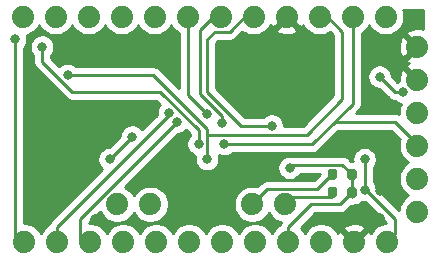
<source format=gbr>
%TF.GenerationSoftware,KiCad,Pcbnew,5.1.10-88a1d61d58~90~ubuntu20.04.1*%
%TF.CreationDate,2021-12-16T23:27:53-03:00*%
%TF.ProjectId,projeto-final,70726f6a-6574-46f2-9d66-696e616c2e6b,rev?*%
%TF.SameCoordinates,Original*%
%TF.FileFunction,Copper,L2,Bot*%
%TF.FilePolarity,Positive*%
%FSLAX46Y46*%
G04 Gerber Fmt 4.6, Leading zero omitted, Abs format (unit mm)*
G04 Created by KiCad (PCBNEW 5.1.10-88a1d61d58~90~ubuntu20.04.1) date 2021-12-16 23:27:53*
%MOMM*%
%LPD*%
G01*
G04 APERTURE LIST*
%TA.AperFunction,ComponentPad*%
%ADD10C,1.879600*%
%TD*%
%TA.AperFunction,ViaPad*%
%ADD11C,0.800000*%
%TD*%
%TA.AperFunction,Conductor*%
%ADD12C,0.250000*%
%TD*%
%TA.AperFunction,Conductor*%
%ADD13C,0.254000*%
%TD*%
%TA.AperFunction,Conductor*%
%ADD14C,0.100000*%
%TD*%
G04 APERTURE END LIST*
D10*
%TO.P,J1,6*%
%TO.N,DTR*%
X160020000Y-84455000D03*
%TO.P,J1,5*%
%TO.N,TXO*%
X160020000Y-81661000D03*
%TO.P,J1,4*%
%TO.N,RXI*%
X160020000Y-78867000D03*
%TO.P,J1,3*%
%TO.N,VCC*%
X160020000Y-76073000D03*
%TO.P,J1,2*%
%TO.N,GND*%
X160020000Y-73279000D03*
%TO.P,J1,1*%
X160020000Y-70485000D03*
%TD*%
%TO.P,J2,12*%
%TO.N,TXO*%
X157353000Y-67945000D03*
%TO.P,J2,11*%
%TO.N,RXI*%
X154559000Y-67945000D03*
%TO.P,J2,10*%
%TO.N,RESET*%
X151765000Y-67945000D03*
%TO.P,J2,9*%
%TO.N,GND*%
X148971000Y-67945000D03*
%TO.P,J2,8*%
%TO.N,D2*%
X146177000Y-67945000D03*
%TO.P,J2,7*%
%TO.N,D3*%
X143383000Y-67945000D03*
%TO.P,J2,6*%
%TO.N,D4*%
X140589000Y-67945000D03*
%TO.P,J2,5*%
%TO.N,D5*%
X137795000Y-67945000D03*
%TO.P,J2,4*%
%TO.N,D6*%
X135001000Y-67945000D03*
%TO.P,J2,3*%
%TO.N,D7*%
X132207000Y-67945000D03*
%TO.P,J2,2*%
%TO.N,D8*%
X129413000Y-67945000D03*
%TO.P,J2,1*%
%TO.N,D9*%
X126619000Y-67945000D03*
%TD*%
%TO.P,J3,2*%
%TO.N,A5*%
X148844000Y-83820000D03*
%TO.P,J3,1*%
%TO.N,A4*%
X146050000Y-83820000D03*
%TD*%
%TO.P,J4,12*%
%TO.N,D10*%
X126746000Y-86995000D03*
%TO.P,J4,11*%
%TO.N,MOSI*%
X129540000Y-86995000D03*
%TO.P,J4,10*%
%TO.N,MISO*%
X132334000Y-86995000D03*
%TO.P,J4,9*%
%TO.N,SCK*%
X135128000Y-86995000D03*
%TO.P,J4,8*%
%TO.N,A0*%
X137922000Y-86995000D03*
%TO.P,J4,7*%
%TO.N,A1*%
X140716000Y-86995000D03*
%TO.P,J4,6*%
%TO.N,A2*%
X143510000Y-86995000D03*
%TO.P,J4,5*%
%TO.N,A3*%
X146304000Y-86995000D03*
%TO.P,J4,4*%
%TO.N,VCC*%
X149098000Y-86995000D03*
%TO.P,J4,3*%
%TO.N,RESET*%
X151892000Y-86995000D03*
%TO.P,J4,2*%
%TO.N,GND*%
X154686000Y-86995000D03*
%TO.P,J4,1*%
%TO.N,RAW*%
X157480000Y-86995000D03*
%TD*%
%TO.P,J5,2*%
%TO.N,A7*%
X137414000Y-83820000D03*
%TO.P,J5,1*%
%TO.N,A6*%
X134620000Y-83820000D03*
%TD*%
%TO.P,R4,2*%
%TO.N,A4*%
%TA.AperFunction,SMDPad,CuDef*%
G36*
G01*
X153245000Y-81005000D02*
X153245000Y-81555000D01*
G75*
G02*
X153045000Y-81755000I-200000J0D01*
G01*
X152645000Y-81755000D01*
G75*
G02*
X152445000Y-81555000I0J200000D01*
G01*
X152445000Y-81005000D01*
G75*
G02*
X152645000Y-80805000I200000J0D01*
G01*
X153045000Y-80805000D01*
G75*
G02*
X153245000Y-81005000I0J-200000D01*
G01*
G37*
%TD.AperFunction*%
%TO.P,R4,1*%
%TO.N,VCC*%
%TA.AperFunction,SMDPad,CuDef*%
G36*
G01*
X154895000Y-81005000D02*
X154895000Y-81555000D01*
G75*
G02*
X154695000Y-81755000I-200000J0D01*
G01*
X154295000Y-81755000D01*
G75*
G02*
X154095000Y-81555000I0J200000D01*
G01*
X154095000Y-81005000D01*
G75*
G02*
X154295000Y-80805000I200000J0D01*
G01*
X154695000Y-80805000D01*
G75*
G02*
X154895000Y-81005000I0J-200000D01*
G01*
G37*
%TD.AperFunction*%
%TD*%
%TO.P,R5,2*%
%TO.N,A5*%
%TA.AperFunction,SMDPad,CuDef*%
G36*
G01*
X153245000Y-82529000D02*
X153245000Y-83079000D01*
G75*
G02*
X153045000Y-83279000I-200000J0D01*
G01*
X152645000Y-83279000D01*
G75*
G02*
X152445000Y-83079000I0J200000D01*
G01*
X152445000Y-82529000D01*
G75*
G02*
X152645000Y-82329000I200000J0D01*
G01*
X153045000Y-82329000D01*
G75*
G02*
X153245000Y-82529000I0J-200000D01*
G01*
G37*
%TD.AperFunction*%
%TO.P,R5,1*%
%TO.N,VCC*%
%TA.AperFunction,SMDPad,CuDef*%
G36*
G01*
X154895000Y-82529000D02*
X154895000Y-83079000D01*
G75*
G02*
X154695000Y-83279000I-200000J0D01*
G01*
X154295000Y-83279000D01*
G75*
G02*
X154095000Y-83079000I0J200000D01*
G01*
X154095000Y-82529000D01*
G75*
G02*
X154295000Y-82329000I200000J0D01*
G01*
X154695000Y-82329000D01*
G75*
G02*
X154895000Y-82529000I0J-200000D01*
G01*
G37*
%TD.AperFunction*%
%TD*%
D11*
%TO.N,GND*%
X132715000Y-85090000D03*
X153639092Y-84983969D03*
X140335000Y-80100010D03*
X147320000Y-74930000D03*
X145415000Y-72390000D03*
X156845000Y-84955000D03*
X160020000Y-67945000D03*
X156845000Y-74930000D03*
X156847542Y-82730011D03*
X157480000Y-69850000D03*
X157480000Y-78105000D03*
X128270000Y-85090000D03*
X139446000Y-70358000D03*
X143510000Y-70358000D03*
%TO.N,RAW*%
X155575000Y-82635033D03*
X155575000Y-80010000D03*
%TO.N,VCC*%
X149225000Y-80735000D03*
X156845000Y-73024996D03*
X158846502Y-74345805D03*
%TO.N,RXI*%
X143690023Y-78740431D03*
%TO.N,D4*%
X142240000Y-76200000D03*
%TO.N,D3*%
X143510000Y-76925010D03*
%TO.N,D2*%
X147706140Y-77164375D03*
%TO.N,RESET*%
X130415166Y-72874844D03*
X142239992Y-80010000D03*
%TO.N,D10*%
X125984000Y-69850000D03*
%TO.N,MOSI*%
X138991442Y-76113731D03*
%TO.N,MISO*%
X139704978Y-76834328D03*
%TO.N,SCK*%
X135890000Y-78105000D03*
X133985000Y-80010000D03*
%TO.N,AREF*%
X128269966Y-70485000D03*
X141514988Y-78722166D03*
%TD*%
D12*
%TO.N,RAW*%
X155660033Y-82635033D02*
X155575000Y-82635033D01*
X158115000Y-85090000D02*
X155660033Y-82635033D01*
X158115000Y-86360000D02*
X158115000Y-85090000D01*
X157480000Y-86995000D02*
X158115000Y-86360000D01*
X155575000Y-82635033D02*
X155575000Y-80010000D01*
%TO.N,VCC*%
X154495000Y-83185000D02*
X154495000Y-81280000D01*
X153479000Y-83820000D02*
X154495000Y-82804000D01*
X151066500Y-83820000D02*
X153479000Y-83820000D01*
X149098000Y-85788500D02*
X151066500Y-83820000D01*
X149098000Y-87630000D02*
X149098000Y-85788500D01*
X153694990Y-80479990D02*
X149480010Y-80479990D01*
X154495000Y-81280000D02*
X153694990Y-80479990D01*
X149480010Y-80479990D02*
X149225000Y-80735000D01*
X156845000Y-73024996D02*
X158165809Y-74345805D01*
X158165809Y-74345805D02*
X158846502Y-74345805D01*
%TO.N,RXI*%
X154559000Y-75296010D02*
X151114579Y-78740431D01*
X154559000Y-67310000D02*
X154559000Y-75296010D01*
X151114579Y-78740000D02*
X143690023Y-78740000D01*
X151130000Y-78740000D02*
X153035000Y-76835000D01*
X153035000Y-76835000D02*
X158115000Y-76835000D01*
X158115000Y-76835000D02*
X160020000Y-78740000D01*
X160020000Y-78740000D02*
X160020000Y-78867000D01*
%TO.N,D4*%
X140589000Y-67310000D02*
X140589000Y-74549000D01*
X140589000Y-74549000D02*
X141840001Y-75800001D01*
X141840001Y-75800001D02*
X142240000Y-76200000D01*
%TO.N,D3*%
X141605000Y-69088000D02*
X141605000Y-74454325D01*
X141605000Y-74454325D02*
X143510000Y-76359325D01*
X143510000Y-76359325D02*
X143510000Y-76925010D01*
X143383000Y-67310000D02*
X141605000Y-69088000D01*
%TO.N,D2*%
X142240000Y-74295000D02*
X145109375Y-77164375D01*
X142875000Y-69215000D02*
X142240000Y-69850000D01*
X145109375Y-77164375D02*
X147706140Y-77164375D01*
X142240000Y-69850000D02*
X142240000Y-74295000D01*
X144145000Y-69215000D02*
X142875000Y-69215000D01*
X146050000Y-67310000D02*
X144145000Y-69215000D01*
X146177000Y-67310000D02*
X146050000Y-67310000D01*
%TO.N,RESET*%
X142240000Y-77925005D02*
X142240000Y-78740000D01*
X150674995Y-77925005D02*
X142240000Y-77925005D01*
X153670000Y-74930000D02*
X150674995Y-77925005D01*
X153670000Y-69215000D02*
X153670000Y-74930000D01*
X151765000Y-67310000D02*
X153670000Y-69215000D01*
X137646255Y-72874844D02*
X142239992Y-77468581D01*
X130415166Y-72874844D02*
X137646255Y-72874844D01*
X142239992Y-77468581D02*
X142239992Y-80010000D01*
%TO.N,A4*%
X151575000Y-82550000D02*
X152845000Y-81280000D01*
X147320000Y-82550000D02*
X151575000Y-82550000D01*
X146050000Y-83820000D02*
X147320000Y-82550000D01*
%TO.N,A5*%
X149479000Y-83185000D02*
X148844000Y-83820000D01*
X152845000Y-83185000D02*
X149479000Y-83185000D01*
%TO.N,D10*%
X125984000Y-70415685D02*
X125984000Y-69850000D01*
X125984000Y-86868000D02*
X125984000Y-70415685D01*
X126746000Y-87630000D02*
X125984000Y-86868000D01*
%TO.N,MOSI*%
X129540000Y-87630000D02*
X129540000Y-86995000D01*
X138991442Y-76273558D02*
X138991442Y-76113731D01*
X129540000Y-85725000D02*
X138991442Y-76273558D01*
X129540000Y-86995000D02*
X129540000Y-85725000D01*
%TO.N,MISO*%
X131445000Y-85094306D02*
X139704978Y-76834328D01*
X131445000Y-86741000D02*
X131445000Y-85094306D01*
X132334000Y-87630000D02*
X131445000Y-86741000D01*
%TO.N,SCK*%
X135890000Y-78105000D02*
X133985000Y-80010000D01*
%TO.N,AREF*%
X141514988Y-77574723D02*
X141514988Y-78722166D01*
X138235265Y-74295000D02*
X141514988Y-77574723D01*
X130809984Y-74295000D02*
X138235265Y-74295000D01*
X128269966Y-71754982D02*
X130809984Y-74295000D01*
X128269966Y-70485000D02*
X128269966Y-71754982D01*
%TD*%
D13*
%TO.N,GND*%
X155473061Y-83670033D02*
X155620232Y-83670033D01*
X157355001Y-85404803D01*
X157355001Y-85420200D01*
X157324896Y-85420200D01*
X157020648Y-85480718D01*
X156734052Y-85599430D01*
X156476123Y-85771773D01*
X156256773Y-85991123D01*
X156084430Y-86249052D01*
X156081904Y-86255151D01*
X156036723Y-86170623D01*
X155778476Y-86082129D01*
X154865605Y-86995000D01*
X154879748Y-87009143D01*
X154700143Y-87188748D01*
X154686000Y-87174605D01*
X154671858Y-87188748D01*
X154492253Y-87009143D01*
X154506395Y-86995000D01*
X153593524Y-86082129D01*
X153335277Y-86170623D01*
X153292114Y-86260023D01*
X153287570Y-86249052D01*
X153115227Y-85991123D01*
X153026628Y-85902524D01*
X153773129Y-85902524D01*
X154686000Y-86815395D01*
X155598871Y-85902524D01*
X155510377Y-85644277D01*
X155231024Y-85509403D01*
X154930725Y-85431619D01*
X154621023Y-85413916D01*
X154313816Y-85456973D01*
X154020914Y-85559135D01*
X153861623Y-85644277D01*
X153773129Y-85902524D01*
X153026628Y-85902524D01*
X152895877Y-85771773D01*
X152637948Y-85599430D01*
X152351352Y-85480718D01*
X152047104Y-85420200D01*
X151736896Y-85420200D01*
X151432648Y-85480718D01*
X151146052Y-85599430D01*
X150888123Y-85771773D01*
X150668773Y-85991123D01*
X150496430Y-86249052D01*
X150495000Y-86252504D01*
X150493570Y-86249052D01*
X150321227Y-85991123D01*
X150145703Y-85815599D01*
X151381303Y-84580000D01*
X153441678Y-84580000D01*
X153479000Y-84583676D01*
X153516322Y-84580000D01*
X153516333Y-84580000D01*
X153627986Y-84569003D01*
X153771247Y-84525546D01*
X153903276Y-84454974D01*
X154019001Y-84360001D01*
X154042804Y-84330998D01*
X154431390Y-83942412D01*
X154495000Y-83948677D01*
X154643985Y-83934003D01*
X154702108Y-83916372D01*
X154858500Y-83900969D01*
X155015716Y-83853278D01*
X155160608Y-83775831D01*
X155287606Y-83671606D01*
X155314741Y-83638542D01*
X155473061Y-83670033D01*
%TA.AperFunction,Conductor*%
D14*
G36*
X155473061Y-83670033D02*
G01*
X155620232Y-83670033D01*
X157355001Y-85404803D01*
X157355001Y-85420200D01*
X157324896Y-85420200D01*
X157020648Y-85480718D01*
X156734052Y-85599430D01*
X156476123Y-85771773D01*
X156256773Y-85991123D01*
X156084430Y-86249052D01*
X156081904Y-86255151D01*
X156036723Y-86170623D01*
X155778476Y-86082129D01*
X154865605Y-86995000D01*
X154879748Y-87009143D01*
X154700143Y-87188748D01*
X154686000Y-87174605D01*
X154671858Y-87188748D01*
X154492253Y-87009143D01*
X154506395Y-86995000D01*
X153593524Y-86082129D01*
X153335277Y-86170623D01*
X153292114Y-86260023D01*
X153287570Y-86249052D01*
X153115227Y-85991123D01*
X153026628Y-85902524D01*
X153773129Y-85902524D01*
X154686000Y-86815395D01*
X155598871Y-85902524D01*
X155510377Y-85644277D01*
X155231024Y-85509403D01*
X154930725Y-85431619D01*
X154621023Y-85413916D01*
X154313816Y-85456973D01*
X154020914Y-85559135D01*
X153861623Y-85644277D01*
X153773129Y-85902524D01*
X153026628Y-85902524D01*
X152895877Y-85771773D01*
X152637948Y-85599430D01*
X152351352Y-85480718D01*
X152047104Y-85420200D01*
X151736896Y-85420200D01*
X151432648Y-85480718D01*
X151146052Y-85599430D01*
X150888123Y-85771773D01*
X150668773Y-85991123D01*
X150496430Y-86249052D01*
X150495000Y-86252504D01*
X150493570Y-86249052D01*
X150321227Y-85991123D01*
X150145703Y-85815599D01*
X151381303Y-84580000D01*
X153441678Y-84580000D01*
X153479000Y-84583676D01*
X153516322Y-84580000D01*
X153516333Y-84580000D01*
X153627986Y-84569003D01*
X153771247Y-84525546D01*
X153903276Y-84454974D01*
X154019001Y-84360001D01*
X154042804Y-84330998D01*
X154431390Y-83942412D01*
X154495000Y-83948677D01*
X154643985Y-83934003D01*
X154702108Y-83916372D01*
X154858500Y-83900969D01*
X155015716Y-83853278D01*
X155160608Y-83775831D01*
X155287606Y-83671606D01*
X155314741Y-83638542D01*
X155473061Y-83670033D01*
G37*
%TD.AperFunction*%
D13*
X140754988Y-77889525D02*
X140754988Y-78018455D01*
X140711051Y-78062392D01*
X140597783Y-78231910D01*
X140519762Y-78420268D01*
X140479988Y-78620227D01*
X140479988Y-78824105D01*
X140519762Y-79024064D01*
X140597783Y-79212422D01*
X140711051Y-79381940D01*
X140855214Y-79526103D01*
X141024732Y-79639371D01*
X141213090Y-79717392D01*
X141241783Y-79723099D01*
X141204992Y-79908061D01*
X141204992Y-80111939D01*
X141244766Y-80311898D01*
X141322787Y-80500256D01*
X141436055Y-80669774D01*
X141580218Y-80813937D01*
X141749736Y-80927205D01*
X141938094Y-81005226D01*
X142138053Y-81045000D01*
X142341931Y-81045000D01*
X142541890Y-81005226D01*
X142730248Y-80927205D01*
X142899766Y-80813937D01*
X143043929Y-80669774D01*
X143157197Y-80500256D01*
X143235218Y-80311898D01*
X143274992Y-80111939D01*
X143274992Y-79908061D01*
X143235218Y-79708102D01*
X143217327Y-79664910D01*
X143388125Y-79735657D01*
X143588084Y-79775431D01*
X143791962Y-79775431D01*
X143991921Y-79735657D01*
X144180279Y-79657636D01*
X144349797Y-79544368D01*
X144394165Y-79500000D01*
X151072881Y-79500000D01*
X151114579Y-79504107D01*
X151124477Y-79503132D01*
X151130000Y-79503676D01*
X151278985Y-79489002D01*
X151422246Y-79445546D01*
X151554276Y-79374974D01*
X151641002Y-79303799D01*
X153349802Y-77595000D01*
X157800199Y-77595000D01*
X158537095Y-78331897D01*
X158505718Y-78407648D01*
X158445200Y-78711896D01*
X158445200Y-79022104D01*
X158505718Y-79326352D01*
X158624430Y-79612948D01*
X158796773Y-79870877D01*
X159016123Y-80090227D01*
X159274052Y-80262570D01*
X159277504Y-80264000D01*
X159274052Y-80265430D01*
X159016123Y-80437773D01*
X158796773Y-80657123D01*
X158624430Y-80915052D01*
X158505718Y-81201648D01*
X158445200Y-81505896D01*
X158445200Y-81816104D01*
X158505718Y-82120352D01*
X158624430Y-82406948D01*
X158796773Y-82664877D01*
X159016123Y-82884227D01*
X159274052Y-83056570D01*
X159277504Y-83058000D01*
X159274052Y-83059430D01*
X159016123Y-83231773D01*
X158796773Y-83451123D01*
X158624430Y-83709052D01*
X158505718Y-83995648D01*
X158445200Y-84299896D01*
X158445200Y-84345398D01*
X156604315Y-82504514D01*
X156570226Y-82333135D01*
X156492205Y-82144777D01*
X156378937Y-81975259D01*
X156335000Y-81931322D01*
X156335000Y-80713711D01*
X156378937Y-80669774D01*
X156492205Y-80500256D01*
X156570226Y-80311898D01*
X156610000Y-80111939D01*
X156610000Y-79908061D01*
X156570226Y-79708102D01*
X156492205Y-79519744D01*
X156378937Y-79350226D01*
X156234774Y-79206063D01*
X156065256Y-79092795D01*
X155876898Y-79014774D01*
X155676939Y-78975000D01*
X155473061Y-78975000D01*
X155273102Y-79014774D01*
X155084744Y-79092795D01*
X154915226Y-79206063D01*
X154771063Y-79350226D01*
X154657795Y-79519744D01*
X154579774Y-79708102D01*
X154540000Y-79908061D01*
X154540000Y-80111939D01*
X154550938Y-80166928D01*
X154456729Y-80166928D01*
X154258793Y-79968992D01*
X154234991Y-79939989D01*
X154119266Y-79845016D01*
X153987237Y-79774444D01*
X153843976Y-79730987D01*
X153732323Y-79719990D01*
X153732312Y-79719990D01*
X153694990Y-79716314D01*
X153657668Y-79719990D01*
X149517343Y-79719990D01*
X149480010Y-79716313D01*
X149442677Y-79719990D01*
X149432484Y-79720994D01*
X149326939Y-79700000D01*
X149123061Y-79700000D01*
X148923102Y-79739774D01*
X148734744Y-79817795D01*
X148565226Y-79931063D01*
X148421063Y-80075226D01*
X148307795Y-80244744D01*
X148229774Y-80433102D01*
X148190000Y-80633061D01*
X148190000Y-80836939D01*
X148229774Y-81036898D01*
X148307795Y-81225256D01*
X148421063Y-81394774D01*
X148565226Y-81538937D01*
X148734744Y-81652205D01*
X148923102Y-81730226D01*
X149123061Y-81770000D01*
X149326939Y-81770000D01*
X149526898Y-81730226D01*
X149715256Y-81652205D01*
X149884774Y-81538937D01*
X150028937Y-81394774D01*
X150132360Y-81239990D01*
X151806928Y-81239990D01*
X151806928Y-81243270D01*
X151260199Y-81790000D01*
X147357322Y-81790000D01*
X147319999Y-81786324D01*
X147282676Y-81790000D01*
X147282667Y-81790000D01*
X147171014Y-81800997D01*
X147027753Y-81844454D01*
X146895724Y-81915026D01*
X146779999Y-82009999D01*
X146756201Y-82038997D01*
X146492777Y-82302421D01*
X146205104Y-82245200D01*
X145894896Y-82245200D01*
X145590648Y-82305718D01*
X145304052Y-82424430D01*
X145046123Y-82596773D01*
X144826773Y-82816123D01*
X144654430Y-83074052D01*
X144535718Y-83360648D01*
X144475200Y-83664896D01*
X144475200Y-83975104D01*
X144535718Y-84279352D01*
X144654430Y-84565948D01*
X144826773Y-84823877D01*
X145046123Y-85043227D01*
X145304052Y-85215570D01*
X145590648Y-85334282D01*
X145894896Y-85394800D01*
X146205104Y-85394800D01*
X146509352Y-85334282D01*
X146795948Y-85215570D01*
X147053877Y-85043227D01*
X147273227Y-84823877D01*
X147445570Y-84565948D01*
X147447000Y-84562496D01*
X147448430Y-84565948D01*
X147620773Y-84823877D01*
X147840123Y-85043227D01*
X148098052Y-85215570D01*
X148384648Y-85334282D01*
X148473151Y-85351886D01*
X148463026Y-85364224D01*
X148392454Y-85496254D01*
X148373380Y-85559135D01*
X148362466Y-85595117D01*
X148352052Y-85599430D01*
X148094123Y-85771773D01*
X147874773Y-85991123D01*
X147702430Y-86249052D01*
X147701000Y-86252504D01*
X147699570Y-86249052D01*
X147527227Y-85991123D01*
X147307877Y-85771773D01*
X147049948Y-85599430D01*
X146763352Y-85480718D01*
X146459104Y-85420200D01*
X146148896Y-85420200D01*
X145844648Y-85480718D01*
X145558052Y-85599430D01*
X145300123Y-85771773D01*
X145080773Y-85991123D01*
X144908430Y-86249052D01*
X144907000Y-86252504D01*
X144905570Y-86249052D01*
X144733227Y-85991123D01*
X144513877Y-85771773D01*
X144255948Y-85599430D01*
X143969352Y-85480718D01*
X143665104Y-85420200D01*
X143354896Y-85420200D01*
X143050648Y-85480718D01*
X142764052Y-85599430D01*
X142506123Y-85771773D01*
X142286773Y-85991123D01*
X142114430Y-86249052D01*
X142113000Y-86252504D01*
X142111570Y-86249052D01*
X141939227Y-85991123D01*
X141719877Y-85771773D01*
X141461948Y-85599430D01*
X141175352Y-85480718D01*
X140871104Y-85420200D01*
X140560896Y-85420200D01*
X140256648Y-85480718D01*
X139970052Y-85599430D01*
X139712123Y-85771773D01*
X139492773Y-85991123D01*
X139320430Y-86249052D01*
X139319000Y-86252504D01*
X139317570Y-86249052D01*
X139145227Y-85991123D01*
X138925877Y-85771773D01*
X138667948Y-85599430D01*
X138381352Y-85480718D01*
X138077104Y-85420200D01*
X137766896Y-85420200D01*
X137462648Y-85480718D01*
X137176052Y-85599430D01*
X136918123Y-85771773D01*
X136698773Y-85991123D01*
X136526430Y-86249052D01*
X136525000Y-86252504D01*
X136523570Y-86249052D01*
X136351227Y-85991123D01*
X136131877Y-85771773D01*
X135873948Y-85599430D01*
X135587352Y-85480718D01*
X135283104Y-85420200D01*
X134972896Y-85420200D01*
X134668648Y-85480718D01*
X134382052Y-85599430D01*
X134124123Y-85771773D01*
X133904773Y-85991123D01*
X133732430Y-86249052D01*
X133731000Y-86252504D01*
X133729570Y-86249052D01*
X133557227Y-85991123D01*
X133337877Y-85771773D01*
X133079948Y-85599430D01*
X132793352Y-85480718D01*
X132489104Y-85420200D01*
X132205000Y-85420200D01*
X132205000Y-85409107D01*
X133172801Y-84441306D01*
X133224430Y-84565948D01*
X133396773Y-84823877D01*
X133616123Y-85043227D01*
X133874052Y-85215570D01*
X134160648Y-85334282D01*
X134464896Y-85394800D01*
X134775104Y-85394800D01*
X135079352Y-85334282D01*
X135365948Y-85215570D01*
X135623877Y-85043227D01*
X135843227Y-84823877D01*
X136015570Y-84565948D01*
X136017000Y-84562496D01*
X136018430Y-84565948D01*
X136190773Y-84823877D01*
X136410123Y-85043227D01*
X136668052Y-85215570D01*
X136954648Y-85334282D01*
X137258896Y-85394800D01*
X137569104Y-85394800D01*
X137873352Y-85334282D01*
X138159948Y-85215570D01*
X138417877Y-85043227D01*
X138637227Y-84823877D01*
X138809570Y-84565948D01*
X138928282Y-84279352D01*
X138988800Y-83975104D01*
X138988800Y-83664896D01*
X138928282Y-83360648D01*
X138809570Y-83074052D01*
X138637227Y-82816123D01*
X138417877Y-82596773D01*
X138159948Y-82424430D01*
X137873352Y-82305718D01*
X137569104Y-82245200D01*
X137258896Y-82245200D01*
X136954648Y-82305718D01*
X136668052Y-82424430D01*
X136410123Y-82596773D01*
X136190773Y-82816123D01*
X136018430Y-83074052D01*
X136017000Y-83077504D01*
X136015570Y-83074052D01*
X135843227Y-82816123D01*
X135623877Y-82596773D01*
X135365948Y-82424430D01*
X135241306Y-82372802D01*
X139744780Y-77869328D01*
X139806917Y-77869328D01*
X140006876Y-77829554D01*
X140195234Y-77751533D01*
X140364752Y-77638265D01*
X140434240Y-77568777D01*
X140754988Y-77889525D01*
%TA.AperFunction,Conductor*%
D14*
G36*
X140754988Y-77889525D02*
G01*
X140754988Y-78018455D01*
X140711051Y-78062392D01*
X140597783Y-78231910D01*
X140519762Y-78420268D01*
X140479988Y-78620227D01*
X140479988Y-78824105D01*
X140519762Y-79024064D01*
X140597783Y-79212422D01*
X140711051Y-79381940D01*
X140855214Y-79526103D01*
X141024732Y-79639371D01*
X141213090Y-79717392D01*
X141241783Y-79723099D01*
X141204992Y-79908061D01*
X141204992Y-80111939D01*
X141244766Y-80311898D01*
X141322787Y-80500256D01*
X141436055Y-80669774D01*
X141580218Y-80813937D01*
X141749736Y-80927205D01*
X141938094Y-81005226D01*
X142138053Y-81045000D01*
X142341931Y-81045000D01*
X142541890Y-81005226D01*
X142730248Y-80927205D01*
X142899766Y-80813937D01*
X143043929Y-80669774D01*
X143157197Y-80500256D01*
X143235218Y-80311898D01*
X143274992Y-80111939D01*
X143274992Y-79908061D01*
X143235218Y-79708102D01*
X143217327Y-79664910D01*
X143388125Y-79735657D01*
X143588084Y-79775431D01*
X143791962Y-79775431D01*
X143991921Y-79735657D01*
X144180279Y-79657636D01*
X144349797Y-79544368D01*
X144394165Y-79500000D01*
X151072881Y-79500000D01*
X151114579Y-79504107D01*
X151124477Y-79503132D01*
X151130000Y-79503676D01*
X151278985Y-79489002D01*
X151422246Y-79445546D01*
X151554276Y-79374974D01*
X151641002Y-79303799D01*
X153349802Y-77595000D01*
X157800199Y-77595000D01*
X158537095Y-78331897D01*
X158505718Y-78407648D01*
X158445200Y-78711896D01*
X158445200Y-79022104D01*
X158505718Y-79326352D01*
X158624430Y-79612948D01*
X158796773Y-79870877D01*
X159016123Y-80090227D01*
X159274052Y-80262570D01*
X159277504Y-80264000D01*
X159274052Y-80265430D01*
X159016123Y-80437773D01*
X158796773Y-80657123D01*
X158624430Y-80915052D01*
X158505718Y-81201648D01*
X158445200Y-81505896D01*
X158445200Y-81816104D01*
X158505718Y-82120352D01*
X158624430Y-82406948D01*
X158796773Y-82664877D01*
X159016123Y-82884227D01*
X159274052Y-83056570D01*
X159277504Y-83058000D01*
X159274052Y-83059430D01*
X159016123Y-83231773D01*
X158796773Y-83451123D01*
X158624430Y-83709052D01*
X158505718Y-83995648D01*
X158445200Y-84299896D01*
X158445200Y-84345398D01*
X156604315Y-82504514D01*
X156570226Y-82333135D01*
X156492205Y-82144777D01*
X156378937Y-81975259D01*
X156335000Y-81931322D01*
X156335000Y-80713711D01*
X156378937Y-80669774D01*
X156492205Y-80500256D01*
X156570226Y-80311898D01*
X156610000Y-80111939D01*
X156610000Y-79908061D01*
X156570226Y-79708102D01*
X156492205Y-79519744D01*
X156378937Y-79350226D01*
X156234774Y-79206063D01*
X156065256Y-79092795D01*
X155876898Y-79014774D01*
X155676939Y-78975000D01*
X155473061Y-78975000D01*
X155273102Y-79014774D01*
X155084744Y-79092795D01*
X154915226Y-79206063D01*
X154771063Y-79350226D01*
X154657795Y-79519744D01*
X154579774Y-79708102D01*
X154540000Y-79908061D01*
X154540000Y-80111939D01*
X154550938Y-80166928D01*
X154456729Y-80166928D01*
X154258793Y-79968992D01*
X154234991Y-79939989D01*
X154119266Y-79845016D01*
X153987237Y-79774444D01*
X153843976Y-79730987D01*
X153732323Y-79719990D01*
X153732312Y-79719990D01*
X153694990Y-79716314D01*
X153657668Y-79719990D01*
X149517343Y-79719990D01*
X149480010Y-79716313D01*
X149442677Y-79719990D01*
X149432484Y-79720994D01*
X149326939Y-79700000D01*
X149123061Y-79700000D01*
X148923102Y-79739774D01*
X148734744Y-79817795D01*
X148565226Y-79931063D01*
X148421063Y-80075226D01*
X148307795Y-80244744D01*
X148229774Y-80433102D01*
X148190000Y-80633061D01*
X148190000Y-80836939D01*
X148229774Y-81036898D01*
X148307795Y-81225256D01*
X148421063Y-81394774D01*
X148565226Y-81538937D01*
X148734744Y-81652205D01*
X148923102Y-81730226D01*
X149123061Y-81770000D01*
X149326939Y-81770000D01*
X149526898Y-81730226D01*
X149715256Y-81652205D01*
X149884774Y-81538937D01*
X150028937Y-81394774D01*
X150132360Y-81239990D01*
X151806928Y-81239990D01*
X151806928Y-81243270D01*
X151260199Y-81790000D01*
X147357322Y-81790000D01*
X147319999Y-81786324D01*
X147282676Y-81790000D01*
X147282667Y-81790000D01*
X147171014Y-81800997D01*
X147027753Y-81844454D01*
X146895724Y-81915026D01*
X146779999Y-82009999D01*
X146756201Y-82038997D01*
X146492777Y-82302421D01*
X146205104Y-82245200D01*
X145894896Y-82245200D01*
X145590648Y-82305718D01*
X145304052Y-82424430D01*
X145046123Y-82596773D01*
X144826773Y-82816123D01*
X144654430Y-83074052D01*
X144535718Y-83360648D01*
X144475200Y-83664896D01*
X144475200Y-83975104D01*
X144535718Y-84279352D01*
X144654430Y-84565948D01*
X144826773Y-84823877D01*
X145046123Y-85043227D01*
X145304052Y-85215570D01*
X145590648Y-85334282D01*
X145894896Y-85394800D01*
X146205104Y-85394800D01*
X146509352Y-85334282D01*
X146795948Y-85215570D01*
X147053877Y-85043227D01*
X147273227Y-84823877D01*
X147445570Y-84565948D01*
X147447000Y-84562496D01*
X147448430Y-84565948D01*
X147620773Y-84823877D01*
X147840123Y-85043227D01*
X148098052Y-85215570D01*
X148384648Y-85334282D01*
X148473151Y-85351886D01*
X148463026Y-85364224D01*
X148392454Y-85496254D01*
X148373380Y-85559135D01*
X148362466Y-85595117D01*
X148352052Y-85599430D01*
X148094123Y-85771773D01*
X147874773Y-85991123D01*
X147702430Y-86249052D01*
X147701000Y-86252504D01*
X147699570Y-86249052D01*
X147527227Y-85991123D01*
X147307877Y-85771773D01*
X147049948Y-85599430D01*
X146763352Y-85480718D01*
X146459104Y-85420200D01*
X146148896Y-85420200D01*
X145844648Y-85480718D01*
X145558052Y-85599430D01*
X145300123Y-85771773D01*
X145080773Y-85991123D01*
X144908430Y-86249052D01*
X144907000Y-86252504D01*
X144905570Y-86249052D01*
X144733227Y-85991123D01*
X144513877Y-85771773D01*
X144255948Y-85599430D01*
X143969352Y-85480718D01*
X143665104Y-85420200D01*
X143354896Y-85420200D01*
X143050648Y-85480718D01*
X142764052Y-85599430D01*
X142506123Y-85771773D01*
X142286773Y-85991123D01*
X142114430Y-86249052D01*
X142113000Y-86252504D01*
X142111570Y-86249052D01*
X141939227Y-85991123D01*
X141719877Y-85771773D01*
X141461948Y-85599430D01*
X141175352Y-85480718D01*
X140871104Y-85420200D01*
X140560896Y-85420200D01*
X140256648Y-85480718D01*
X139970052Y-85599430D01*
X139712123Y-85771773D01*
X139492773Y-85991123D01*
X139320430Y-86249052D01*
X139319000Y-86252504D01*
X139317570Y-86249052D01*
X139145227Y-85991123D01*
X138925877Y-85771773D01*
X138667948Y-85599430D01*
X138381352Y-85480718D01*
X138077104Y-85420200D01*
X137766896Y-85420200D01*
X137462648Y-85480718D01*
X137176052Y-85599430D01*
X136918123Y-85771773D01*
X136698773Y-85991123D01*
X136526430Y-86249052D01*
X136525000Y-86252504D01*
X136523570Y-86249052D01*
X136351227Y-85991123D01*
X136131877Y-85771773D01*
X135873948Y-85599430D01*
X135587352Y-85480718D01*
X135283104Y-85420200D01*
X134972896Y-85420200D01*
X134668648Y-85480718D01*
X134382052Y-85599430D01*
X134124123Y-85771773D01*
X133904773Y-85991123D01*
X133732430Y-86249052D01*
X133731000Y-86252504D01*
X133729570Y-86249052D01*
X133557227Y-85991123D01*
X133337877Y-85771773D01*
X133079948Y-85599430D01*
X132793352Y-85480718D01*
X132489104Y-85420200D01*
X132205000Y-85420200D01*
X132205000Y-85409107D01*
X133172801Y-84441306D01*
X133224430Y-84565948D01*
X133396773Y-84823877D01*
X133616123Y-85043227D01*
X133874052Y-85215570D01*
X134160648Y-85334282D01*
X134464896Y-85394800D01*
X134775104Y-85394800D01*
X135079352Y-85334282D01*
X135365948Y-85215570D01*
X135623877Y-85043227D01*
X135843227Y-84823877D01*
X136015570Y-84565948D01*
X136017000Y-84562496D01*
X136018430Y-84565948D01*
X136190773Y-84823877D01*
X136410123Y-85043227D01*
X136668052Y-85215570D01*
X136954648Y-85334282D01*
X137258896Y-85394800D01*
X137569104Y-85394800D01*
X137873352Y-85334282D01*
X138159948Y-85215570D01*
X138417877Y-85043227D01*
X138637227Y-84823877D01*
X138809570Y-84565948D01*
X138928282Y-84279352D01*
X138988800Y-83975104D01*
X138988800Y-83664896D01*
X138928282Y-83360648D01*
X138809570Y-83074052D01*
X138637227Y-82816123D01*
X138417877Y-82596773D01*
X138159948Y-82424430D01*
X137873352Y-82305718D01*
X137569104Y-82245200D01*
X137258896Y-82245200D01*
X136954648Y-82305718D01*
X136668052Y-82424430D01*
X136410123Y-82596773D01*
X136190773Y-82816123D01*
X136018430Y-83074052D01*
X136017000Y-83077504D01*
X136015570Y-83074052D01*
X135843227Y-82816123D01*
X135623877Y-82596773D01*
X135365948Y-82424430D01*
X135241306Y-82372802D01*
X139744780Y-77869328D01*
X139806917Y-77869328D01*
X140006876Y-77829554D01*
X140195234Y-77751533D01*
X140364752Y-77638265D01*
X140434240Y-77568777D01*
X140754988Y-77889525D01*
G37*
%TD.AperFunction*%
D13*
X139193430Y-68690948D02*
X139365773Y-68948877D01*
X139585123Y-69168227D01*
X139829000Y-69331181D01*
X139829001Y-73982789D01*
X138210059Y-72363847D01*
X138186256Y-72334843D01*
X138070531Y-72239870D01*
X137938502Y-72169298D01*
X137795241Y-72125841D01*
X137683588Y-72114844D01*
X137683577Y-72114844D01*
X137646255Y-72111168D01*
X137608933Y-72114844D01*
X131118877Y-72114844D01*
X131074940Y-72070907D01*
X130905422Y-71957639D01*
X130717064Y-71879618D01*
X130517105Y-71839844D01*
X130313227Y-71839844D01*
X130113268Y-71879618D01*
X129924910Y-71957639D01*
X129755392Y-72070907D01*
X129708042Y-72118257D01*
X129029966Y-71440181D01*
X129029966Y-71188711D01*
X129073903Y-71144774D01*
X129187171Y-70975256D01*
X129265192Y-70786898D01*
X129304966Y-70586939D01*
X129304966Y-70383061D01*
X129265192Y-70183102D01*
X129187171Y-69994744D01*
X129073903Y-69825226D01*
X128929740Y-69681063D01*
X128760222Y-69567795D01*
X128571864Y-69489774D01*
X128371905Y-69450000D01*
X128168027Y-69450000D01*
X127968068Y-69489774D01*
X127779710Y-69567795D01*
X127610192Y-69681063D01*
X127466029Y-69825226D01*
X127352761Y-69994744D01*
X127274740Y-70183102D01*
X127234966Y-70383061D01*
X127234966Y-70586939D01*
X127274740Y-70786898D01*
X127352761Y-70975256D01*
X127466029Y-71144774D01*
X127509967Y-71188712D01*
X127509967Y-71717650D01*
X127506290Y-71754982D01*
X127520964Y-71903967D01*
X127564420Y-72047228D01*
X127634992Y-72179258D01*
X127706167Y-72265984D01*
X127729966Y-72294983D01*
X127758964Y-72318781D01*
X130246184Y-74806002D01*
X130269983Y-74835001D01*
X130298981Y-74858799D01*
X130385707Y-74929974D01*
X130466719Y-74973276D01*
X130517737Y-75000546D01*
X130660998Y-75044003D01*
X130772651Y-75055000D01*
X130772661Y-75055000D01*
X130809984Y-75058676D01*
X130847307Y-75055000D01*
X137920464Y-75055000D01*
X138253463Y-75387999D01*
X138187505Y-75453957D01*
X138074237Y-75623475D01*
X137996216Y-75811833D01*
X137956442Y-76011792D01*
X137956442Y-76215670D01*
X137959442Y-76230755D01*
X136714378Y-77475819D01*
X136693937Y-77445226D01*
X136549774Y-77301063D01*
X136380256Y-77187795D01*
X136191898Y-77109774D01*
X135991939Y-77070000D01*
X135788061Y-77070000D01*
X135588102Y-77109774D01*
X135399744Y-77187795D01*
X135230226Y-77301063D01*
X135086063Y-77445226D01*
X134972795Y-77614744D01*
X134894774Y-77803102D01*
X134855000Y-78003061D01*
X134855000Y-78065198D01*
X133945199Y-78975000D01*
X133883061Y-78975000D01*
X133683102Y-79014774D01*
X133494744Y-79092795D01*
X133325226Y-79206063D01*
X133181063Y-79350226D01*
X133067795Y-79519744D01*
X132989774Y-79708102D01*
X132950000Y-79908061D01*
X132950000Y-80111939D01*
X132989774Y-80311898D01*
X133067795Y-80500256D01*
X133181063Y-80669774D01*
X133325226Y-80813937D01*
X133355819Y-80834379D01*
X129028998Y-85161201D01*
X129000000Y-85184999D01*
X128976202Y-85213997D01*
X128976201Y-85213998D01*
X128905026Y-85300724D01*
X128834454Y-85432754D01*
X128804180Y-85532558D01*
X128790998Y-85576014D01*
X128788314Y-85603264D01*
X128536123Y-85771773D01*
X128316773Y-85991123D01*
X128144430Y-86249052D01*
X128143000Y-86252504D01*
X128141570Y-86249052D01*
X127969227Y-85991123D01*
X127749877Y-85771773D01*
X127491948Y-85599430D01*
X127205352Y-85480718D01*
X126901104Y-85420200D01*
X126744000Y-85420200D01*
X126744000Y-70553711D01*
X126787937Y-70509774D01*
X126901205Y-70340256D01*
X126979226Y-70151898D01*
X127019000Y-69951939D01*
X127019000Y-69748061D01*
X126979226Y-69548102D01*
X126952781Y-69484259D01*
X127078352Y-69459282D01*
X127364948Y-69340570D01*
X127622877Y-69168227D01*
X127842227Y-68948877D01*
X128014570Y-68690948D01*
X128016000Y-68687496D01*
X128017430Y-68690948D01*
X128189773Y-68948877D01*
X128409123Y-69168227D01*
X128667052Y-69340570D01*
X128953648Y-69459282D01*
X129257896Y-69519800D01*
X129568104Y-69519800D01*
X129872352Y-69459282D01*
X130158948Y-69340570D01*
X130416877Y-69168227D01*
X130636227Y-68948877D01*
X130808570Y-68690948D01*
X130810000Y-68687496D01*
X130811430Y-68690948D01*
X130983773Y-68948877D01*
X131203123Y-69168227D01*
X131461052Y-69340570D01*
X131747648Y-69459282D01*
X132051896Y-69519800D01*
X132362104Y-69519800D01*
X132666352Y-69459282D01*
X132952948Y-69340570D01*
X133210877Y-69168227D01*
X133430227Y-68948877D01*
X133602570Y-68690948D01*
X133604000Y-68687496D01*
X133605430Y-68690948D01*
X133777773Y-68948877D01*
X133997123Y-69168227D01*
X134255052Y-69340570D01*
X134541648Y-69459282D01*
X134845896Y-69519800D01*
X135156104Y-69519800D01*
X135460352Y-69459282D01*
X135746948Y-69340570D01*
X136004877Y-69168227D01*
X136224227Y-68948877D01*
X136396570Y-68690948D01*
X136398000Y-68687496D01*
X136399430Y-68690948D01*
X136571773Y-68948877D01*
X136791123Y-69168227D01*
X137049052Y-69340570D01*
X137335648Y-69459282D01*
X137639896Y-69519800D01*
X137950104Y-69519800D01*
X138254352Y-69459282D01*
X138540948Y-69340570D01*
X138798877Y-69168227D01*
X139018227Y-68948877D01*
X139190570Y-68690948D01*
X139192000Y-68687496D01*
X139193430Y-68690948D01*
%TA.AperFunction,Conductor*%
D14*
G36*
X139193430Y-68690948D02*
G01*
X139365773Y-68948877D01*
X139585123Y-69168227D01*
X139829000Y-69331181D01*
X139829001Y-73982789D01*
X138210059Y-72363847D01*
X138186256Y-72334843D01*
X138070531Y-72239870D01*
X137938502Y-72169298D01*
X137795241Y-72125841D01*
X137683588Y-72114844D01*
X137683577Y-72114844D01*
X137646255Y-72111168D01*
X137608933Y-72114844D01*
X131118877Y-72114844D01*
X131074940Y-72070907D01*
X130905422Y-71957639D01*
X130717064Y-71879618D01*
X130517105Y-71839844D01*
X130313227Y-71839844D01*
X130113268Y-71879618D01*
X129924910Y-71957639D01*
X129755392Y-72070907D01*
X129708042Y-72118257D01*
X129029966Y-71440181D01*
X129029966Y-71188711D01*
X129073903Y-71144774D01*
X129187171Y-70975256D01*
X129265192Y-70786898D01*
X129304966Y-70586939D01*
X129304966Y-70383061D01*
X129265192Y-70183102D01*
X129187171Y-69994744D01*
X129073903Y-69825226D01*
X128929740Y-69681063D01*
X128760222Y-69567795D01*
X128571864Y-69489774D01*
X128371905Y-69450000D01*
X128168027Y-69450000D01*
X127968068Y-69489774D01*
X127779710Y-69567795D01*
X127610192Y-69681063D01*
X127466029Y-69825226D01*
X127352761Y-69994744D01*
X127274740Y-70183102D01*
X127234966Y-70383061D01*
X127234966Y-70586939D01*
X127274740Y-70786898D01*
X127352761Y-70975256D01*
X127466029Y-71144774D01*
X127509967Y-71188712D01*
X127509967Y-71717650D01*
X127506290Y-71754982D01*
X127520964Y-71903967D01*
X127564420Y-72047228D01*
X127634992Y-72179258D01*
X127706167Y-72265984D01*
X127729966Y-72294983D01*
X127758964Y-72318781D01*
X130246184Y-74806002D01*
X130269983Y-74835001D01*
X130298981Y-74858799D01*
X130385707Y-74929974D01*
X130466719Y-74973276D01*
X130517737Y-75000546D01*
X130660998Y-75044003D01*
X130772651Y-75055000D01*
X130772661Y-75055000D01*
X130809984Y-75058676D01*
X130847307Y-75055000D01*
X137920464Y-75055000D01*
X138253463Y-75387999D01*
X138187505Y-75453957D01*
X138074237Y-75623475D01*
X137996216Y-75811833D01*
X137956442Y-76011792D01*
X137956442Y-76215670D01*
X137959442Y-76230755D01*
X136714378Y-77475819D01*
X136693937Y-77445226D01*
X136549774Y-77301063D01*
X136380256Y-77187795D01*
X136191898Y-77109774D01*
X135991939Y-77070000D01*
X135788061Y-77070000D01*
X135588102Y-77109774D01*
X135399744Y-77187795D01*
X135230226Y-77301063D01*
X135086063Y-77445226D01*
X134972795Y-77614744D01*
X134894774Y-77803102D01*
X134855000Y-78003061D01*
X134855000Y-78065198D01*
X133945199Y-78975000D01*
X133883061Y-78975000D01*
X133683102Y-79014774D01*
X133494744Y-79092795D01*
X133325226Y-79206063D01*
X133181063Y-79350226D01*
X133067795Y-79519744D01*
X132989774Y-79708102D01*
X132950000Y-79908061D01*
X132950000Y-80111939D01*
X132989774Y-80311898D01*
X133067795Y-80500256D01*
X133181063Y-80669774D01*
X133325226Y-80813937D01*
X133355819Y-80834379D01*
X129028998Y-85161201D01*
X129000000Y-85184999D01*
X128976202Y-85213997D01*
X128976201Y-85213998D01*
X128905026Y-85300724D01*
X128834454Y-85432754D01*
X128804180Y-85532558D01*
X128790998Y-85576014D01*
X128788314Y-85603264D01*
X128536123Y-85771773D01*
X128316773Y-85991123D01*
X128144430Y-86249052D01*
X128143000Y-86252504D01*
X128141570Y-86249052D01*
X127969227Y-85991123D01*
X127749877Y-85771773D01*
X127491948Y-85599430D01*
X127205352Y-85480718D01*
X126901104Y-85420200D01*
X126744000Y-85420200D01*
X126744000Y-70553711D01*
X126787937Y-70509774D01*
X126901205Y-70340256D01*
X126979226Y-70151898D01*
X127019000Y-69951939D01*
X127019000Y-69748061D01*
X126979226Y-69548102D01*
X126952781Y-69484259D01*
X127078352Y-69459282D01*
X127364948Y-69340570D01*
X127622877Y-69168227D01*
X127842227Y-68948877D01*
X128014570Y-68690948D01*
X128016000Y-68687496D01*
X128017430Y-68690948D01*
X128189773Y-68948877D01*
X128409123Y-69168227D01*
X128667052Y-69340570D01*
X128953648Y-69459282D01*
X129257896Y-69519800D01*
X129568104Y-69519800D01*
X129872352Y-69459282D01*
X130158948Y-69340570D01*
X130416877Y-69168227D01*
X130636227Y-68948877D01*
X130808570Y-68690948D01*
X130810000Y-68687496D01*
X130811430Y-68690948D01*
X130983773Y-68948877D01*
X131203123Y-69168227D01*
X131461052Y-69340570D01*
X131747648Y-69459282D01*
X132051896Y-69519800D01*
X132362104Y-69519800D01*
X132666352Y-69459282D01*
X132952948Y-69340570D01*
X133210877Y-69168227D01*
X133430227Y-68948877D01*
X133602570Y-68690948D01*
X133604000Y-68687496D01*
X133605430Y-68690948D01*
X133777773Y-68948877D01*
X133997123Y-69168227D01*
X134255052Y-69340570D01*
X134541648Y-69459282D01*
X134845896Y-69519800D01*
X135156104Y-69519800D01*
X135460352Y-69459282D01*
X135746948Y-69340570D01*
X136004877Y-69168227D01*
X136224227Y-68948877D01*
X136396570Y-68690948D01*
X136398000Y-68687496D01*
X136399430Y-68690948D01*
X136571773Y-68948877D01*
X136791123Y-69168227D01*
X137049052Y-69340570D01*
X137335648Y-69459282D01*
X137639896Y-69519800D01*
X137950104Y-69519800D01*
X138254352Y-69459282D01*
X138540948Y-69340570D01*
X138798877Y-69168227D01*
X139018227Y-68948877D01*
X139190570Y-68690948D01*
X139192000Y-68687496D01*
X139193430Y-68690948D01*
G37*
%TD.AperFunction*%
D13*
X149164748Y-67930858D02*
X149150605Y-67945000D01*
X150063476Y-68857871D01*
X150321723Y-68769377D01*
X150364886Y-68679977D01*
X150369430Y-68690948D01*
X150541773Y-68948877D01*
X150761123Y-69168227D01*
X151019052Y-69340570D01*
X151305648Y-69459282D01*
X151609896Y-69519800D01*
X151920104Y-69519800D01*
X152224352Y-69459282D01*
X152510948Y-69340570D01*
X152636726Y-69256528D01*
X152910000Y-69529802D01*
X152910001Y-74615197D01*
X150360194Y-77165005D01*
X148741140Y-77165005D01*
X148741140Y-77062436D01*
X148701366Y-76862477D01*
X148623345Y-76674119D01*
X148510077Y-76504601D01*
X148365914Y-76360438D01*
X148196396Y-76247170D01*
X148008038Y-76169149D01*
X147808079Y-76129375D01*
X147604201Y-76129375D01*
X147404242Y-76169149D01*
X147215884Y-76247170D01*
X147046366Y-76360438D01*
X147002429Y-76404375D01*
X145424177Y-76404375D01*
X143000000Y-73980199D01*
X143000000Y-70164801D01*
X143189802Y-69975000D01*
X144107678Y-69975000D01*
X144145000Y-69978676D01*
X144182322Y-69975000D01*
X144182333Y-69975000D01*
X144293986Y-69964003D01*
X144437247Y-69920546D01*
X144569276Y-69849974D01*
X144685001Y-69755001D01*
X144708804Y-69725997D01*
X145229143Y-69205658D01*
X145431052Y-69340570D01*
X145717648Y-69459282D01*
X146021896Y-69519800D01*
X146332104Y-69519800D01*
X146636352Y-69459282D01*
X146922948Y-69340570D01*
X147180877Y-69168227D01*
X147311628Y-69037476D01*
X148058129Y-69037476D01*
X148146623Y-69295723D01*
X148425976Y-69430597D01*
X148726275Y-69508381D01*
X149035977Y-69526084D01*
X149343184Y-69483027D01*
X149636086Y-69380865D01*
X149795377Y-69295723D01*
X149883871Y-69037476D01*
X148971000Y-68124605D01*
X148058129Y-69037476D01*
X147311628Y-69037476D01*
X147400227Y-68948877D01*
X147572570Y-68690948D01*
X147575096Y-68684849D01*
X147620277Y-68769377D01*
X147878524Y-68857871D01*
X148791395Y-67945000D01*
X148777253Y-67930858D01*
X148956858Y-67751253D01*
X148971000Y-67765395D01*
X148985143Y-67751253D01*
X149164748Y-67930858D01*
%TA.AperFunction,Conductor*%
D14*
G36*
X149164748Y-67930858D02*
G01*
X149150605Y-67945000D01*
X150063476Y-68857871D01*
X150321723Y-68769377D01*
X150364886Y-68679977D01*
X150369430Y-68690948D01*
X150541773Y-68948877D01*
X150761123Y-69168227D01*
X151019052Y-69340570D01*
X151305648Y-69459282D01*
X151609896Y-69519800D01*
X151920104Y-69519800D01*
X152224352Y-69459282D01*
X152510948Y-69340570D01*
X152636726Y-69256528D01*
X152910000Y-69529802D01*
X152910001Y-74615197D01*
X150360194Y-77165005D01*
X148741140Y-77165005D01*
X148741140Y-77062436D01*
X148701366Y-76862477D01*
X148623345Y-76674119D01*
X148510077Y-76504601D01*
X148365914Y-76360438D01*
X148196396Y-76247170D01*
X148008038Y-76169149D01*
X147808079Y-76129375D01*
X147604201Y-76129375D01*
X147404242Y-76169149D01*
X147215884Y-76247170D01*
X147046366Y-76360438D01*
X147002429Y-76404375D01*
X145424177Y-76404375D01*
X143000000Y-73980199D01*
X143000000Y-70164801D01*
X143189802Y-69975000D01*
X144107678Y-69975000D01*
X144145000Y-69978676D01*
X144182322Y-69975000D01*
X144182333Y-69975000D01*
X144293986Y-69964003D01*
X144437247Y-69920546D01*
X144569276Y-69849974D01*
X144685001Y-69755001D01*
X144708804Y-69725997D01*
X145229143Y-69205658D01*
X145431052Y-69340570D01*
X145717648Y-69459282D01*
X146021896Y-69519800D01*
X146332104Y-69519800D01*
X146636352Y-69459282D01*
X146922948Y-69340570D01*
X147180877Y-69168227D01*
X147311628Y-69037476D01*
X148058129Y-69037476D01*
X148146623Y-69295723D01*
X148425976Y-69430597D01*
X148726275Y-69508381D01*
X149035977Y-69526084D01*
X149343184Y-69483027D01*
X149636086Y-69380865D01*
X149795377Y-69295723D01*
X149883871Y-69037476D01*
X148971000Y-68124605D01*
X148058129Y-69037476D01*
X147311628Y-69037476D01*
X147400227Y-68948877D01*
X147572570Y-68690948D01*
X147575096Y-68684849D01*
X147620277Y-68769377D01*
X147878524Y-68857871D01*
X148791395Y-67945000D01*
X148777253Y-67930858D01*
X148956858Y-67751253D01*
X148971000Y-67765395D01*
X148985143Y-67751253D01*
X149164748Y-67930858D01*
G37*
%TD.AperFunction*%
D13*
X160555000Y-68996807D02*
X160264725Y-68921619D01*
X159955023Y-68903916D01*
X159647816Y-68946973D01*
X159354914Y-69049135D01*
X159195623Y-69134277D01*
X159107129Y-69392524D01*
X160020000Y-70305395D01*
X160034143Y-70291253D01*
X160213748Y-70470858D01*
X160199605Y-70485000D01*
X160213748Y-70499143D01*
X160034143Y-70678748D01*
X160020000Y-70664605D01*
X159107129Y-71577476D01*
X159195623Y-71835723D01*
X159286602Y-71879648D01*
X159195623Y-71928277D01*
X159107129Y-72186524D01*
X160020000Y-73099395D01*
X160034143Y-73085253D01*
X160213748Y-73264858D01*
X160199605Y-73279000D01*
X160213748Y-73293143D01*
X160034143Y-73472748D01*
X160020000Y-73458605D01*
X160005858Y-73472748D01*
X159826253Y-73293143D01*
X159840395Y-73279000D01*
X158927524Y-72366129D01*
X158669277Y-72454623D01*
X158534403Y-72733976D01*
X158456619Y-73034275D01*
X158438916Y-73343977D01*
X158445590Y-73391592D01*
X158356246Y-73428600D01*
X158336560Y-73441754D01*
X157880000Y-72985195D01*
X157880000Y-72923057D01*
X157840226Y-72723098D01*
X157762205Y-72534740D01*
X157648937Y-72365222D01*
X157504774Y-72221059D01*
X157335256Y-72107791D01*
X157146898Y-72029770D01*
X156946939Y-71989996D01*
X156743061Y-71989996D01*
X156543102Y-72029770D01*
X156354744Y-72107791D01*
X156185226Y-72221059D01*
X156041063Y-72365222D01*
X155927795Y-72534740D01*
X155849774Y-72723098D01*
X155810000Y-72923057D01*
X155810000Y-73126935D01*
X155849774Y-73326894D01*
X155927795Y-73515252D01*
X156041063Y-73684770D01*
X156185226Y-73828933D01*
X156354744Y-73942201D01*
X156543102Y-74020222D01*
X156743061Y-74059996D01*
X156805199Y-74059996D01*
X157602010Y-74856808D01*
X157625808Y-74885806D01*
X157654806Y-74909604D01*
X157741532Y-74980779D01*
X157845451Y-75036325D01*
X157873562Y-75051351D01*
X158016823Y-75094808D01*
X158128476Y-75105805D01*
X158128486Y-75105805D01*
X158144354Y-75107368D01*
X158186728Y-75149742D01*
X158356246Y-75263010D01*
X158544604Y-75341031D01*
X158613004Y-75354637D01*
X158505718Y-75613648D01*
X158445200Y-75917896D01*
X158445200Y-76149741D01*
X158407247Y-76129454D01*
X158263986Y-76085997D01*
X158152333Y-76075000D01*
X158152322Y-76075000D01*
X158115000Y-76071324D01*
X158077678Y-76075000D01*
X154854812Y-76075000D01*
X155070003Y-75859809D01*
X155099001Y-75836011D01*
X155129106Y-75799328D01*
X155193974Y-75720287D01*
X155264546Y-75588257D01*
X155271609Y-75564974D01*
X155308003Y-75444996D01*
X155319000Y-75333343D01*
X155319000Y-75333333D01*
X155322676Y-75296010D01*
X155319000Y-75258687D01*
X155319000Y-70549977D01*
X158438916Y-70549977D01*
X158481973Y-70857184D01*
X158584135Y-71150086D01*
X158669277Y-71309377D01*
X158927524Y-71397871D01*
X159840395Y-70485000D01*
X158927524Y-69572129D01*
X158669277Y-69660623D01*
X158534403Y-69939976D01*
X158456619Y-70240275D01*
X158438916Y-70549977D01*
X155319000Y-70549977D01*
X155319000Y-69331181D01*
X155562877Y-69168227D01*
X155782227Y-68948877D01*
X155954570Y-68690948D01*
X155956000Y-68687496D01*
X155957430Y-68690948D01*
X156129773Y-68948877D01*
X156349123Y-69168227D01*
X156607052Y-69340570D01*
X156893648Y-69459282D01*
X157197896Y-69519800D01*
X157508104Y-69519800D01*
X157812352Y-69459282D01*
X158098948Y-69340570D01*
X158356877Y-69168227D01*
X158576227Y-68948877D01*
X158748570Y-68690948D01*
X158867282Y-68404352D01*
X158927800Y-68100104D01*
X158927800Y-67789896D01*
X158867282Y-67485648D01*
X158835948Y-67410000D01*
X160555000Y-67410000D01*
X160555000Y-68996807D01*
%TA.AperFunction,Conductor*%
D14*
G36*
X160555000Y-68996807D02*
G01*
X160264725Y-68921619D01*
X159955023Y-68903916D01*
X159647816Y-68946973D01*
X159354914Y-69049135D01*
X159195623Y-69134277D01*
X159107129Y-69392524D01*
X160020000Y-70305395D01*
X160034143Y-70291253D01*
X160213748Y-70470858D01*
X160199605Y-70485000D01*
X160213748Y-70499143D01*
X160034143Y-70678748D01*
X160020000Y-70664605D01*
X159107129Y-71577476D01*
X159195623Y-71835723D01*
X159286602Y-71879648D01*
X159195623Y-71928277D01*
X159107129Y-72186524D01*
X160020000Y-73099395D01*
X160034143Y-73085253D01*
X160213748Y-73264858D01*
X160199605Y-73279000D01*
X160213748Y-73293143D01*
X160034143Y-73472748D01*
X160020000Y-73458605D01*
X160005858Y-73472748D01*
X159826253Y-73293143D01*
X159840395Y-73279000D01*
X158927524Y-72366129D01*
X158669277Y-72454623D01*
X158534403Y-72733976D01*
X158456619Y-73034275D01*
X158438916Y-73343977D01*
X158445590Y-73391592D01*
X158356246Y-73428600D01*
X158336560Y-73441754D01*
X157880000Y-72985195D01*
X157880000Y-72923057D01*
X157840226Y-72723098D01*
X157762205Y-72534740D01*
X157648937Y-72365222D01*
X157504774Y-72221059D01*
X157335256Y-72107791D01*
X157146898Y-72029770D01*
X156946939Y-71989996D01*
X156743061Y-71989996D01*
X156543102Y-72029770D01*
X156354744Y-72107791D01*
X156185226Y-72221059D01*
X156041063Y-72365222D01*
X155927795Y-72534740D01*
X155849774Y-72723098D01*
X155810000Y-72923057D01*
X155810000Y-73126935D01*
X155849774Y-73326894D01*
X155927795Y-73515252D01*
X156041063Y-73684770D01*
X156185226Y-73828933D01*
X156354744Y-73942201D01*
X156543102Y-74020222D01*
X156743061Y-74059996D01*
X156805199Y-74059996D01*
X157602010Y-74856808D01*
X157625808Y-74885806D01*
X157654806Y-74909604D01*
X157741532Y-74980779D01*
X157845451Y-75036325D01*
X157873562Y-75051351D01*
X158016823Y-75094808D01*
X158128476Y-75105805D01*
X158128486Y-75105805D01*
X158144354Y-75107368D01*
X158186728Y-75149742D01*
X158356246Y-75263010D01*
X158544604Y-75341031D01*
X158613004Y-75354637D01*
X158505718Y-75613648D01*
X158445200Y-75917896D01*
X158445200Y-76149741D01*
X158407247Y-76129454D01*
X158263986Y-76085997D01*
X158152333Y-76075000D01*
X158152322Y-76075000D01*
X158115000Y-76071324D01*
X158077678Y-76075000D01*
X154854812Y-76075000D01*
X155070003Y-75859809D01*
X155099001Y-75836011D01*
X155129106Y-75799328D01*
X155193974Y-75720287D01*
X155264546Y-75588257D01*
X155271609Y-75564974D01*
X155308003Y-75444996D01*
X155319000Y-75333343D01*
X155319000Y-75333333D01*
X155322676Y-75296010D01*
X155319000Y-75258687D01*
X155319000Y-70549977D01*
X158438916Y-70549977D01*
X158481973Y-70857184D01*
X158584135Y-71150086D01*
X158669277Y-71309377D01*
X158927524Y-71397871D01*
X159840395Y-70485000D01*
X158927524Y-69572129D01*
X158669277Y-69660623D01*
X158534403Y-69939976D01*
X158456619Y-70240275D01*
X158438916Y-70549977D01*
X155319000Y-70549977D01*
X155319000Y-69331181D01*
X155562877Y-69168227D01*
X155782227Y-68948877D01*
X155954570Y-68690948D01*
X155956000Y-68687496D01*
X155957430Y-68690948D01*
X156129773Y-68948877D01*
X156349123Y-69168227D01*
X156607052Y-69340570D01*
X156893648Y-69459282D01*
X157197896Y-69519800D01*
X157508104Y-69519800D01*
X157812352Y-69459282D01*
X158098948Y-69340570D01*
X158356877Y-69168227D01*
X158576227Y-68948877D01*
X158748570Y-68690948D01*
X158867282Y-68404352D01*
X158927800Y-68100104D01*
X158927800Y-67789896D01*
X158867282Y-67485648D01*
X158835948Y-67410000D01*
X160555000Y-67410000D01*
X160555000Y-68996807D01*
G37*
%TD.AperFunction*%
%TD*%
M02*

</source>
